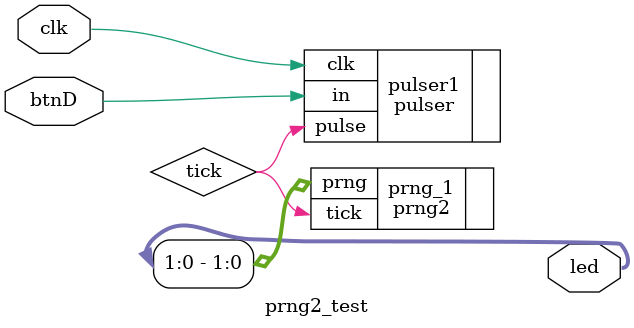
<source format=v>
module prng2_test(
    input clk, btnD,
    output [15:0] led
    );
    
wire tick;

// who needs debouncer

pulser pulser1(
    .in(btnD),
    .clk(clk),
    .pulse(tick)
);

prng2 prng_1(
    .tick(tick),
    .prng(led[1:0])
);
    
endmodule

</source>
